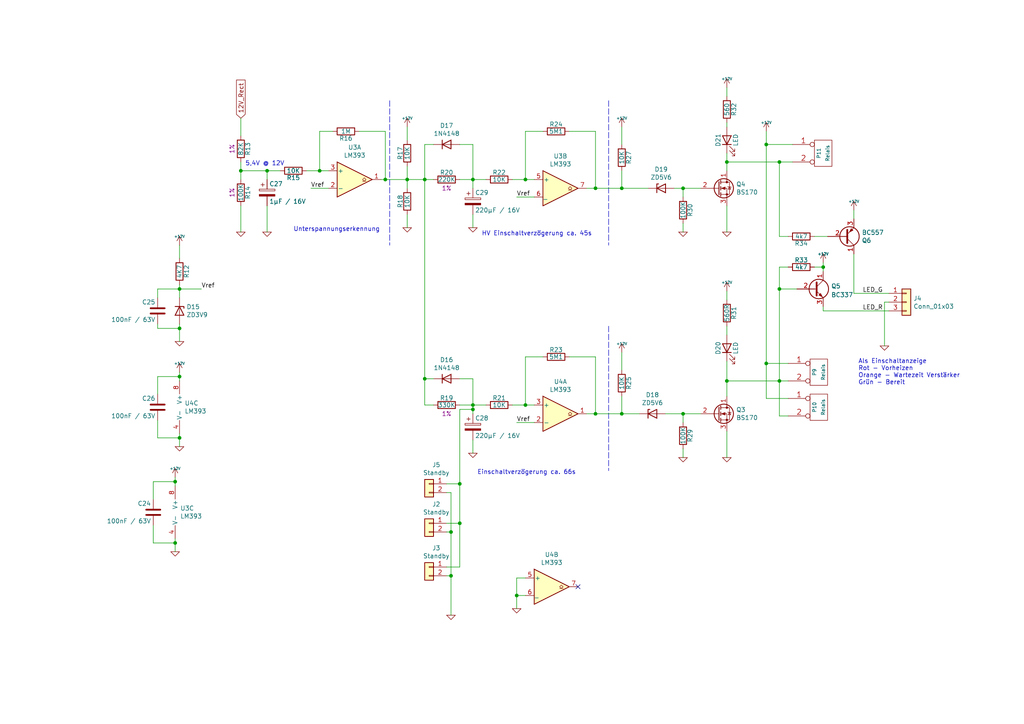
<source format=kicad_sch>
(kicad_sch (version 20211123) (generator eeschema)
  (paper "A4")
  (title_block (title "KT88 12V, 6,3V DC Regler & Einschaltverzögerung") (date "2021-03-31") (rev "1.0") (company "Daniel Walter") (comment 1 "fordprfkt@googlemail.com") (comment 2 "Einschaltverzögerung"))
  (lib_symbols
    (symbol "12V_6V3_Delay-rescue:CONN_2-12V_Supply_V2-rescue" (pin_names (offset 1.016) hide)
      (property "Reference" "P" (at -1.27 0 90))
      (property "Value" "CONN_2-12V_Supply_V2-rescue" (at 1.27 0 90))
      (symbol "CONN_2-12V_Supply_V2-rescue_0_1"
        (rectangle (start -2.54 3.81) (end 2.54 -3.81))
      )
      (symbol "CONN_2-12V_Supply_V2-rescue_1_1"
        (pin passive inverted (at -8.89 2.54 0) (length 6.35) (name "P1") (number "1"))
        (pin passive inverted (at -8.89 -2.54 0) (length 6.35) (name "P2") (number "2"))
      )
    )
    (symbol "12V_6V3_Delay-rescue:GND-RESCUE-12V_Supply-12V_Supply_V2-rescue" (power) (pin_names (offset 0))
      (symbol "GND-RESCUE-12V_Supply-12V_Supply_V2-rescue_0_1"
        (polyline (pts (xy -1.27 0) (xy 0 -1.27) (xy 1.27 0) (xy -1.27 0)))
      )
      (symbol "GND-RESCUE-12V_Supply-12V_Supply_V2-rescue_1_1"
        (pin power_in line (at 0 0 90) (length 0) hide (name "GND") (number "1"))
      )
    )
    (symbol "6V3_Heizung-rescue:CONN_2-12V_Supply_V2-rescue" (pin_names (offset 1.016) hide)
      (property "Reference" "P" (at -1.27 0 90))
      (property "Value" "CONN_2-12V_Supply_V2-rescue" (at 1.27 0 90))
      (symbol "CONN_2-12V_Supply_V2-rescue_0_1"
        (rectangle (start -2.54 3.81) (end 2.54 -3.81))
      )
      (symbol "CONN_2-12V_Supply_V2-rescue_1_1"
        (pin passive inverted (at -8.89 2.54 0) (length 6.35) (name "P1") (number "1"))
        (pin passive inverted (at -8.89 -2.54 0) (length 6.35) (name "P2") (number "2"))
      )
    )
    (symbol "6V3_Heizung-rescue:GND-RESCUE-12V_Supply-12V_Supply_V2-rescue" (power) (pin_names (offset 0))
      (symbol "GND-RESCUE-12V_Supply-12V_Supply_V2-rescue_0_1"
        (polyline (pts (xy -1.27 0) (xy 0 -1.27) (xy 1.27 0) (xy -1.27 0)))
      )
      (symbol "GND-RESCUE-12V_Supply-12V_Supply_V2-rescue_1_1"
        (pin power_in line (at 0 0 90) (length 0) hide (name "GND") (number "1"))
      )
    )
    (symbol "Comparator:LM393" (pin_names (offset 0.127))
      (property "Reference" "U" (at 3.81 3.81 0))
      (property "Value" "LM393" (at 6.35 -3.81 0))
      (symbol "LM393_1_1"
        (polyline (pts (xy -5.08 5.08) (xy 5.08 0) (xy -5.08 -5.08) (xy -5.08 5.08)) (stroke (width 0.254)) (fill (type background)))
        (polyline (pts (xy 3.302 -0.508) (xy 2.794 -0.508) (xy 3.302 0) (xy 2.794 0.508) (xy 2.286 0) (xy 2.794 -0.508) (xy 2.286 -0.508)) (stroke (width 0.127)))
        (pin open_collector line (at 7.62 0 180) (length 2.54) (name "~") (number "1"))
        (pin input line (at -7.62 -2.54 0) (length 2.54) (name "-") (number "2"))
        (pin input line (at -7.62 2.54 0) (length 2.54) (name "+") (number "3"))
      )
      (symbol "LM393_2_1"
        (polyline (pts (xy -5.08 5.08) (xy 5.08 0) (xy -5.08 -5.08) (xy -5.08 5.08)) (stroke (width 0.254)) (fill (type background)))
        (polyline (pts (xy 3.302 -0.508) (xy 2.794 -0.508) (xy 3.302 0) (xy 2.794 0.508) (xy 2.286 0) (xy 2.794 -0.508) (xy 2.286 -0.508)) (stroke (width 0.127)))
        (pin input line (at -7.62 2.54 0) (length 2.54) (name "+") (number "5"))
        (pin input line (at -7.62 -2.54 0) (length 2.54) (name "_") (number "6"))
        (pin open_collector line (at 7.62 0 180) (length 2.54) (name "~") (number "7"))
      )
      (symbol "LM393_3_1"
        (pin power_in line (at -2.54 -7.62 90) (length 3.81) (name "V-") (number "4"))
        (pin power_in line (at -2.54 7.62 270) (length 3.81) (name "V+") (number "8"))
      )
    )
    (symbol "Connector_Generic:Conn_01x02" (pin_names (offset 1.016) hide)
      (property "Reference" "J" (at 0 2.54 0))
      (property "Value" "Conn_01x02" (at 0 -5.08 0))
      (symbol "Conn_01x02_1_1"
        (rectangle (start -1.27 -2.413) (end 0 -2.667) (stroke (width 0.1524)))
        (rectangle (start -1.27 0.127) (end 0 -0.127) (stroke (width 0.1524)))
        (rectangle (start -1.27 1.27) (end 1.27 -3.81) (stroke (width 0.254)) (fill (type background)))
        (pin passive line (at -5.08 0 0) (length 3.81) (name "Pin_1") (number "1"))
        (pin passive line (at -5.08 -2.54 0) (length 3.81) (name "Pin_2") (number "2"))
      )
    )
    (symbol "Connector_Generic:Conn_01x03" (pin_names (offset 1.016) hide)
      (property "Reference" "J" (at 0 5.08 0))
      (property "Value" "Conn_01x03" (at 0 -5.08 0))
      (symbol "Conn_01x03_1_1"
        (rectangle (start -1.27 -2.413) (end 0 -2.667) (stroke (width 0.1524)))
        (rectangle (start -1.27 0.127) (end 0 -0.127) (stroke (width 0.1524)))
        (rectangle (start -1.27 2.667) (end 0 2.413) (stroke (width 0.1524)))
        (rectangle (start -1.27 3.81) (end 1.27 -3.81) (stroke (width 0.254)) (fill (type background)))
        (pin passive line (at -5.08 2.54 0) (length 3.81) (name "Pin_1") (number "1"))
        (pin passive line (at -5.08 0 0) (length 3.81) (name "Pin_2") (number "2"))
        (pin passive line (at -5.08 -2.54 0) (length 3.81) (name "Pin_3") (number "3"))
      )
    )
    (symbol "Device:C" (pin_numbers hide) (pin_names (offset 0.254))
      (property "Reference" "C" (at 0.635 2.54 0))
      (property "Value" "C" (at 0.635 -2.54 0))
      (symbol "C_0_1"
        (polyline (pts (xy -2.032 -0.762) (xy 2.032 -0.762)) (stroke (width 0.508)))
        (polyline (pts (xy -2.032 0.762) (xy 2.032 0.762)) (stroke (width 0.508)))
      )
      (symbol "C_1_1"
        (pin passive line (at 0 3.81 270) (length 2.794) (name "~") (number "1"))
        (pin passive line (at 0 -3.81 90) (length 2.794) (name "~") (number "2"))
      )
    )
    (symbol "Device:CP" (pin_numbers hide) (pin_names (offset 0.254))
      (property "Reference" "C" (at 0.635 2.54 0))
      (property "Value" "Device_CP" (at 0.635 -2.54 0))
      (symbol "CP_0_1"
        (rectangle (start -2.286 0.508) (end 2.286 1.016))
        (polyline (pts (xy -1.778 2.286) (xy -0.762 2.286)))
        (polyline (pts (xy -1.27 2.794) (xy -1.27 1.778)))
        (rectangle (start 2.286 -0.508) (end -2.286 -1.016) (fill (type outline)))
      )
      (symbol "CP_1_1"
        (pin passive line (at 0 3.81 270) (length 2.794) (name "~") (number "1"))
        (pin passive line (at 0 -3.81 90) (length 2.794) (name "~") (number "2"))
      )
    )
    (symbol "Device:D_Zener" (pin_numbers hide) (pin_names (offset 1.016) hide)
      (property "Reference" "D" (at 0 2.54 0))
      (property "Value" "D_Zener" (at 0 -2.54 0))
      (symbol "D_Zener_0_1"
        (polyline (pts (xy 1.27 0) (xy -1.27 0)))
        (polyline (pts (xy -1.27 -1.27) (xy -1.27 1.27) (xy -0.762 1.27)) (stroke (width 0.254)))
        (polyline (pts (xy 1.27 -1.27) (xy 1.27 1.27) (xy -1.27 0) (xy 1.27 -1.27)) (stroke (width 0.254)))
      )
      (symbol "D_Zener_1_1"
        (pin passive line (at -3.81 0 0) (length 2.54) (name "K") (number "1"))
        (pin passive line (at 3.81 0 180) (length 2.54) (name "A") (number "2"))
      )
    )
    (symbol "Device:LED" (pin_numbers hide) (pin_names (offset 1.016) hide)
      (property "Reference" "D" (at 0 2.54 0))
      (property "Value" "LED" (at 0 -2.54 0))
      (symbol "LED_0_1"
        (polyline (pts (xy -1.27 -1.27) (xy -1.27 1.27)) (stroke (width 0.254)))
        (polyline (pts (xy -1.27 0) (xy 1.27 0)))
        (polyline (pts (xy 1.27 -1.27) (xy 1.27 1.27) (xy -1.27 0) (xy 1.27 -1.27)) (stroke (width 0.254)))
        (polyline (pts (xy -3.048 -0.762) (xy -4.572 -2.286) (xy -3.81 -2.286) (xy -4.572 -2.286) (xy -4.572 -1.524)))
        (polyline (pts (xy -1.778 -0.762) (xy -3.302 -2.286) (xy -2.54 -2.286) (xy -3.302 -2.286) (xy -3.302 -1.524)))
      )
      (symbol "LED_1_1"
        (pin passive line (at -3.81 0 0) (length 2.54) (name "K") (number "1"))
        (pin passive line (at 3.81 0 180) (length 2.54) (name "A") (number "2"))
      )
    )
    (symbol "Device:R" (pin_numbers hide) (pin_names (offset 0))
      (property "Reference" "R" (at 2.032 0 90))
      (property "Value" "R" (at 0 0 90))
      (symbol "R_0_1"
        (rectangle (start -1.016 -2.54) (end 1.016 2.54) (stroke (width 0.254)))
      )
      (symbol "R_1_1"
        (pin passive line (at 0 3.81 270) (length 1.27) (name "~") (number "1"))
        (pin passive line (at 0 -3.81 90) (length 1.27) (name "~") (number "2"))
      )
    )
    (symbol "Diode:1N4148" (pin_numbers hide) (pin_names (offset 1.016) hide)
      (property "Reference" "D" (at 0 2.54 0))
      (property "Value" "1N4148" (at 0 -2.54 0))
      (symbol "1N4148_0_1"
        (polyline (pts (xy -1.27 1.27) (xy -1.27 -1.27)) (stroke (width 0.254)))
        (polyline (pts (xy 1.27 0) (xy -1.27 0)))
        (polyline (pts (xy 1.27 1.27) (xy 1.27 -1.27) (xy -1.27 0) (xy 1.27 1.27)) (stroke (width 0.254)))
      )
      (symbol "1N4148_1_1"
        (pin passive line (at -3.81 0 0) (length 2.54) (name "K") (number "1"))
        (pin passive line (at 3.81 0 180) (length 2.54) (name "A") (number "2"))
      )
    )
    (symbol "Transistor_BJT:BC337" (pin_names (offset 0) hide)
      (property "Reference" "Q" (at 5.08 1.905 0))
      (property "Value" "BC337" (at 5.08 0 0))
      (symbol "BC337_0_1"
        (polyline (pts (xy 0 0) (xy 0.635 0)))
        (polyline (pts (xy 0.635 0.635) (xy 2.54 2.54)))
        (polyline (pts (xy 0.635 -0.635) (xy 2.54 -2.54) (xy 2.54 -2.54)))
        (polyline (pts (xy 0.635 1.905) (xy 0.635 -1.905) (xy 0.635 -1.905)) (stroke (width 0.508)))
        (polyline (pts (xy 1.27 -1.778) (xy 1.778 -1.27) (xy 2.286 -2.286) (xy 1.27 -1.778) (xy 1.27 -1.778)) (fill (type outline)))
        (circle (center 1.27 0) (radius 2.8194) (stroke (width 0.254)))
      )
      (symbol "BC337_1_1"
        (pin passive line (at 2.54 5.08 270) (length 2.54) (name "C") (number "1"))
        (pin input line (at -5.08 0 0) (length 5.08) (name "B") (number "2"))
        (pin passive line (at 2.54 -5.08 90) (length 2.54) (name "E") (number "3"))
      )
    )
    (symbol "Transistor_BJT:BC557" (pin_names (offset 0) hide)
      (property "Reference" "Q" (at 5.08 1.905 0))
      (property "Value" "BC557" (at 5.08 0 0))
      (symbol "BC557_0_1"
        (polyline (pts (xy 0.635 0.635) (xy 2.54 2.54)))
        (polyline (pts (xy 0.635 -0.635) (xy 2.54 -2.54) (xy 2.54 -2.54)))
        (polyline (pts (xy 0.635 1.905) (xy 0.635 -1.905) (xy 0.635 -1.905)) (stroke (width 0.508)))
        (polyline (pts (xy 2.286 -1.778) (xy 1.778 -2.286) (xy 1.27 -1.27) (xy 2.286 -1.778) (xy 2.286 -1.778)) (fill (type outline)))
        (circle (center 1.27 0) (radius 2.8194) (stroke (width 0.254)))
      )
      (symbol "BC557_1_1"
        (pin passive line (at 2.54 5.08 270) (length 2.54) (name "C") (number "1"))
        (pin input line (at -5.08 0 0) (length 5.715) (name "B") (number "2"))
        (pin passive line (at 2.54 -5.08 90) (length 2.54) (name "E") (number "3"))
      )
    )
    (symbol "Transistor_FET:BS170" (pin_names hide)
      (property "Reference" "Q" (at 5.08 1.905 0))
      (property "Value" "BS170" (at 5.08 0 0))
      (symbol "BS170_0_1"
        (polyline (pts (xy 0.254 0) (xy -2.54 0)))
        (polyline (pts (xy 0.254 1.905) (xy 0.254 -1.905)) (stroke (width 0.254)))
        (polyline (pts (xy 0.762 -1.27) (xy 0.762 -2.286)) (stroke (width 0.254)))
        (polyline (pts (xy 0.762 0.508) (xy 0.762 -0.508)) (stroke (width 0.254)))
        (polyline (pts (xy 0.762 2.286) (xy 0.762 1.27)) (stroke (width 0.254)))
        (polyline (pts (xy 2.54 2.54) (xy 2.54 1.778)))
        (polyline (pts (xy 2.54 -2.54) (xy 2.54 0) (xy 0.762 0)))
        (polyline (pts (xy 0.762 -1.778) (xy 3.302 -1.778) (xy 3.302 1.778) (xy 0.762 1.778)))
        (polyline (pts (xy 1.016 0) (xy 2.032 0.381) (xy 2.032 -0.381) (xy 1.016 0)) (fill (type outline)))
        (polyline (pts (xy 2.794 0.508) (xy 2.921 0.381) (xy 3.683 0.381) (xy 3.81 0.254)))
        (polyline (pts (xy 3.302 0.381) (xy 2.921 -0.254) (xy 3.683 -0.254) (xy 3.302 0.381)))
        (circle (center 1.651 0) (radius 2.794) (stroke (width 0.254)))
        (circle (center 2.54 -1.778) (radius 0.254) (fill (type outline)))
        (circle (center 2.54 1.778) (radius 0.254) (fill (type outline)))
      )
      (symbol "BS170_1_1"
        (pin passive line (at 2.54 5.08 270) (length 2.54) (name "D") (number "1"))
        (pin input line (at -5.08 0 0) (length 2.54) (name "G") (number "2"))
        (pin passive line (at 2.54 -5.08 90) (length 2.54) (name "S") (number "3"))
      )
    )
    (symbol "power:+12V" (power) (pin_names (offset 0))
      (property "Value" "+12V" (at 0 3.556 0))
      (symbol "+12V_0_1"
        (polyline (pts (xy -0.762 1.27) (xy 0 2.54)))
        (polyline (pts (xy 0 0) (xy 0 2.54)))
        (polyline (pts (xy 0 2.54) (xy 0.762 1.27)))
      )
      (symbol "+12V_1_1"
        (pin power_in line (at 0 0 90) (length 0) hide (name "+12V") (number "1"))
      )
    )
  )
  (junction (at 52.07 127))
  (junction (at 69.85 49.53))
  (junction (at 50.8 139.7))
  (junction (at 130.81 167.005))
  (junction (at 123.19 109.855))
  (junction (at 180.34 54.61))
  (junction (at 210.82 46.99))
  (junction (at 226.06 46.99))
  (junction (at 172.72 54.61))
  (junction (at 133.35 140.335))
  (junction (at 92.71 49.53))
  (junction (at 226.06 83.82))
  (junction (at 118.11 52.07))
  (junction (at 198.12 54.61))
  (junction (at 137.16 118.745))
  (junction (at 52.07 95.25))
  (junction (at 226.06 110.49))
  (junction (at 137.16 52.07))
  (junction (at 52.07 109.22))
  (junction (at 130.81 154.305))
  (junction (at 77.47 49.53))
  (junction (at 222.25 41.91))
  (junction (at 50.8 157.48))
  (junction (at 152.4 52.07))
  (junction (at 210.82 110.49))
  (junction (at 123.19 52.07))
  (junction (at 222.25 105.41))
  (junction (at 198.12 120.015))
  (junction (at 238.76 77.47))
  (junction (at 180.34 120.015))
  (junction (at 149.86 172.72))
  (junction (at 133.35 151.765))
  (junction (at 152.4 117.475))
  (junction (at 52.07 83.82))
  (junction (at 137.16 117.475))
  (junction (at 172.72 120.015))
  (junction (at 111.76 52.07))
  (no_connect (at 167.64 170.18))
  (wire (pts (xy 154.94 57.15) (xy 149.86 57.15)))
  (wire (pts (xy 52.07 99.06) (xy 52.07 95.25)))
  (wire (pts (xy 69.85 39.37) (xy 69.85 34.29)))
  (wire (pts (xy 69.85 49.53) (xy 69.85 52.07)))
  (wire (pts (xy 148.59 117.475) (xy 152.4 117.475)))
  (wire (pts (xy 50.8 139.7) (xy 44.45 139.7)))
  (wire (pts (xy 238.76 90.17) (xy 238.76 88.9)))
  (wire (pts (xy 44.45 139.7) (xy 44.45 144.78)))
  (wire (pts (xy 137.16 52.07) (xy 140.97 52.07)))
  (wire (pts (xy 52.07 127) (xy 52.07 125.73)))
  (wire (pts (xy 257.81 87.63) (xy 256.54 87.63)))
  (wire (pts (xy 172.72 120.015) (xy 170.18 120.015)))
  (wire (pts (xy 133.35 151.765) (xy 133.35 140.335)))
  (wire (pts (xy 226.06 110.49) (xy 228.6 110.49)))
  (polyline (pts (xy 113.03 29.21) (xy 113.03 71.12)))
  (wire (pts (xy 133.35 140.335) (xy 129.54 140.335)))
  (wire (pts (xy 69.85 46.99) (xy 69.85 49.53)))
  (wire (pts (xy 137.16 66.04) (xy 137.16 62.23)))
  (wire (pts (xy 45.72 93.98) (xy 45.72 95.25)))
  (wire (pts (xy 77.47 52.07) (xy 77.47 49.53)))
  (wire (pts (xy 222.25 115.57) (xy 228.6 115.57)))
  (wire (pts (xy 210.82 86.995) (xy 210.82 84.455)))
  (wire (pts (xy 137.16 117.475) (xy 140.97 117.475)))
  (wire (pts (xy 52.07 129.54) (xy 52.07 127)))
  (wire (pts (xy 222.25 41.91) (xy 222.25 105.41)))
  (wire (pts (xy 226.06 110.49) (xy 226.06 120.65)))
  (wire (pts (xy 44.45 152.4) (xy 44.45 157.48)))
  (wire (pts (xy 137.16 118.745) (xy 137.16 117.475)))
  (wire (pts (xy 52.07 107.95) (xy 52.07 109.22)))
  (wire (pts (xy 172.72 120.015) (xy 180.34 120.015)))
  (wire (pts (xy 130.81 167.005) (xy 130.81 154.305)))
  (wire (pts (xy 152.4 103.505) (xy 152.4 117.475)))
  (wire (pts (xy 222.25 41.91) (xy 222.25 38.1)))
  (wire (pts (xy 226.06 46.99) (xy 226.06 68.58)))
  (wire (pts (xy 123.19 52.07) (xy 123.19 109.855)))
  (wire (pts (xy 222.25 41.91) (xy 229.87 41.91)))
  (wire (pts (xy 137.16 131.445) (xy 137.16 127.635)))
  (wire (pts (xy 111.76 52.07) (xy 118.11 52.07)))
  (wire (pts (xy 45.72 95.25) (xy 52.07 95.25)))
  (wire (pts (xy 152.4 117.475) (xy 154.94 117.475)))
  (wire (pts (xy 123.19 52.07) (xy 118.11 52.07)))
  (wire (pts (xy 210.82 67.31) (xy 210.82 59.69)))
  (wire (pts (xy 180.34 120.015) (xy 180.34 114.935)))
  (wire (pts (xy 137.16 109.855) (xy 133.35 109.855)))
  (wire (pts (xy 133.35 151.765) (xy 133.35 164.465)))
  (wire (pts (xy 222.25 105.41) (xy 222.25 115.57)))
  (wire (pts (xy 210.82 132.715) (xy 210.82 125.095)))
  (wire (pts (xy 222.25 105.41) (xy 228.6 105.41)))
  (wire (pts (xy 152.4 172.72) (xy 149.86 172.72)))
  (wire (pts (xy 193.04 120.015) (xy 198.12 120.015)))
  (wire (pts (xy 172.72 38.1) (xy 172.72 54.61)))
  (wire (pts (xy 52.07 83.82) (xy 45.72 83.82)))
  (wire (pts (xy 226.06 46.99) (xy 229.87 46.99)))
  (wire (pts (xy 226.06 68.58) (xy 228.6 68.58)))
  (wire (pts (xy 154.94 122.555) (xy 149.86 122.555)))
  (wire (pts (xy 50.8 160.02) (xy 50.8 157.48)))
  (wire (pts (xy 210.82 46.99) (xy 226.06 46.99)))
  (wire (pts (xy 129.54 167.005) (xy 130.81 167.005)))
  (wire (pts (xy 198.12 54.61) (xy 203.2 54.61)))
  (wire (pts (xy 52.07 95.25) (xy 52.07 93.98)))
  (wire (pts (xy 210.82 104.775) (xy 210.82 110.49)))
  (wire (pts (xy 133.35 164.465) (xy 129.54 164.465)))
  (wire (pts (xy 123.19 41.91) (xy 123.19 52.07)))
  (wire (pts (xy 152.4 52.07) (xy 154.94 52.07)))
  (wire (pts (xy 111.76 38.1) (xy 111.76 52.07)))
  (wire (pts (xy 172.72 54.61) (xy 170.18 54.61)))
  (wire (pts (xy 180.34 41.91) (xy 180.34 36.83)))
  (wire (pts (xy 45.72 109.22) (xy 45.72 114.3)))
  (wire (pts (xy 52.07 109.22) (xy 52.07 110.49)))
  (wire (pts (xy 125.73 52.07) (xy 123.19 52.07)))
  (wire (pts (xy 50.8 138.43) (xy 50.8 139.7)))
  (wire (pts (xy 118.11 52.07) (xy 118.11 48.26)))
  (wire (pts (xy 52.07 83.82) (xy 58.42 83.82)))
  (wire (pts (xy 165.1 103.505) (xy 172.72 103.505)))
  (wire (pts (xy 50.8 157.48) (xy 50.8 156.21)))
  (wire (pts (xy 92.71 49.53) (xy 95.25 49.53)))
  (wire (pts (xy 149.86 167.64) (xy 149.86 172.72)))
  (wire (pts (xy 236.22 68.58) (xy 240.03 68.58)))
  (wire (pts (xy 88.9 49.53) (xy 92.71 49.53)))
  (wire (pts (xy 52.07 74.93) (xy 52.07 71.12)))
  (wire (pts (xy 172.72 103.505) (xy 172.72 120.015)))
  (polyline (pts (xy 176.53 29.21) (xy 176.53 71.12)))
  (wire (pts (xy 149.86 172.72) (xy 149.86 176.53)))
  (wire (pts (xy 256.54 87.63) (xy 256.54 100.33)))
  (wire (pts (xy 133.35 140.335) (xy 133.35 118.745)))
  (wire (pts (xy 130.81 142.875) (xy 129.54 142.875)))
  (wire (pts (xy 152.4 38.1) (xy 152.4 52.07)))
  (wire (pts (xy 118.11 40.64) (xy 118.11 36.83)))
  (wire (pts (xy 185.42 120.015) (xy 180.34 120.015)))
  (wire (pts (xy 210.82 94.615) (xy 210.82 97.155)))
  (wire (pts (xy 210.82 49.53) (xy 210.82 46.99)))
  (wire (pts (xy 257.81 85.09) (xy 247.65 85.09)))
  (wire (pts (xy 125.73 109.855) (xy 123.19 109.855)))
  (wire (pts (xy 236.22 77.47) (xy 238.76 77.47)))
  (wire (pts (xy 69.85 67.31) (xy 69.85 59.69)))
  (wire (pts (xy 226.06 83.82) (xy 231.14 83.82)))
  (wire (pts (xy 137.16 120.015) (xy 137.16 118.745)))
  (wire (pts (xy 137.16 117.475) (xy 137.16 109.855)))
  (wire (pts (xy 238.76 90.17) (xy 257.81 90.17)))
  (wire (pts (xy 210.82 110.49) (xy 210.82 114.935)))
  (wire (pts (xy 130.81 167.005) (xy 130.81 178.435)))
  (wire (pts (xy 198.12 132.715) (xy 198.12 130.175)))
  (wire (pts (xy 137.16 52.07) (xy 137.16 41.91)))
  (wire (pts (xy 77.47 67.31) (xy 77.47 59.69)))
  (wire (pts (xy 130.81 154.305) (xy 130.81 142.875)))
  (wire (pts (xy 172.72 54.61) (xy 180.34 54.61)))
  (wire (pts (xy 148.59 52.07) (xy 152.4 52.07)))
  (wire (pts (xy 210.82 110.49) (xy 226.06 110.49)))
  (wire (pts (xy 129.54 151.765) (xy 133.35 151.765)))
  (wire (pts (xy 152.4 167.64) (xy 149.86 167.64)))
  (wire (pts (xy 180.34 54.61) (xy 187.96 54.61)))
  (wire (pts (xy 52.07 86.36) (xy 52.07 83.82)))
  (wire (pts (xy 210.82 27.94) (xy 210.82 25.4)))
  (wire (pts (xy 133.35 117.475) (xy 137.16 117.475)))
  (wire (pts (xy 118.11 66.04) (xy 118.11 62.23)))
  (wire (pts (xy 210.82 44.45) (xy 210.82 46.99)))
  (wire (pts (xy 157.48 103.505) (xy 152.4 103.505)))
  (wire (pts (xy 77.47 49.53) (xy 69.85 49.53)))
  (wire (pts (xy 125.73 41.91) (xy 123.19 41.91)))
  (wire (pts (xy 180.34 107.315) (xy 180.34 102.235)))
  (wire (pts (xy 81.28 49.53) (xy 77.47 49.53)))
  (wire (pts (xy 44.45 157.48) (xy 50.8 157.48)))
  (wire (pts (xy 247.65 73.66) (xy 247.65 85.09)))
  (wire (pts (xy 133.35 118.745) (xy 137.16 118.745)))
  (wire (pts (xy 210.82 35.56) (xy 210.82 36.83)))
  (wire (pts (xy 52.07 109.22) (xy 45.72 109.22)))
  (wire (pts (xy 123.19 109.855) (xy 123.19 117.475)))
  (wire (pts (xy 195.58 54.61) (xy 198.12 54.61)))
  (wire (pts (xy 238.76 78.74) (xy 238.76 77.47)))
  (wire (pts (xy 133.35 52.07) (xy 137.16 52.07)))
  (wire (pts (xy 226.06 83.82) (xy 226.06 110.49)))
  (wire (pts (xy 104.14 38.1) (xy 111.76 38.1)))
  (wire (pts (xy 118.11 54.61) (xy 118.11 52.07)))
  (wire (pts (xy 45.72 83.82) (xy 45.72 86.36)))
  (wire (pts (xy 228.6 77.47) (xy 226.06 77.47)))
  (wire (pts (xy 52.07 83.82) (xy 52.07 82.55)))
  (wire (pts (xy 198.12 54.61) (xy 198.12 57.15)))
  (wire (pts (xy 137.16 41.91) (xy 133.35 41.91)))
  (wire (pts (xy 226.06 77.47) (xy 226.06 83.82)))
  (wire (pts (xy 96.52 38.1) (xy 92.71 38.1)))
  (wire (pts (xy 165.1 38.1) (xy 172.72 38.1)))
  (wire (pts (xy 198.12 120.015) (xy 198.12 122.555)))
  (wire (pts (xy 45.72 121.92) (xy 45.72 127)))
  (wire (pts (xy 226.06 120.65) (xy 228.6 120.65)))
  (wire (pts (xy 137.16 54.61) (xy 137.16 52.07)))
  (wire (pts (xy 50.8 139.7) (xy 50.8 140.97)))
  (wire (pts (xy 247.65 63.5) (xy 247.65 60.96)))
  (wire (pts (xy 92.71 38.1) (xy 92.71 49.53)))
  (wire (pts (xy 157.48 38.1) (xy 152.4 38.1)))
  (wire (pts (xy 45.72 127) (xy 52.07 127)))
  (polyline (pts (xy 176.53 94.615) (xy 176.53 136.525)))
  (wire (pts (xy 125.73 117.475) (xy 123.19 117.475)))
  (wire (pts (xy 198.12 120.015) (xy 203.2 120.015)))
  (wire (pts (xy 198.12 67.31) (xy 198.12 64.77)))
  (wire (pts (xy 95.25 54.61) (xy 90.17 54.61)))
  (wire (pts (xy 180.34 54.61) (xy 180.34 49.53)))
  (wire (pts (xy 110.49 52.07) (xy 111.76 52.07)))
  (wire (pts (xy 130.81 154.305) (xy 129.54 154.305)))
  (wire (pts (xy 238.76 77.47) (xy 238.76 76.2)))
  (text "Als Einschaltanzeige\nRot - Vorheizen\nOrange - Wartezeit Verstärker\nGrün - Bereit" (at 248.92 111.76 0) (effects (font (size 1.27 1.27)) (justify left bottom)))
  (text "Einschaltverzögerung ca. 66s" (at 138.43 137.795 0) (effects (font (size 1.27 1.27)) (justify left bottom)))
  (text "HV Einschaltverzögerung ca. 45s" (at 139.7 68.58 0) (effects (font (size 1.27 1.27)) (justify left bottom)))
  (text "Unterspannungserkennung" (at 85.09 67.31 0) (effects (font (size 1.27 1.27)) (justify left bottom)))
  (text "5,4V @ 12V" (at 71.12 48.26 0) (effects (font (size 1.27 1.27)) (justify left bottom)))
  (label "Vref" (at 149.86 57.15 0))
  (label "Vref" (at 90.17 54.61 0))
  (label "LED_G" (at 250.19 85.09 0))
  (label "LED_R" (at 250.19 90.17 0))
  (label "Vref" (at 58.42 83.82 0))
  (label "Vref" (at 149.86 122.555 0))
  (global_label "12V_Rect" (shape input) (at 69.85 34.29 90) (property "Intersheet References" "${INTERSHEET_REFS}" (effects hide)))
  (symbol (lib_id "Comparator:LM393") (at 53.34 148.59 0) (unit 3)
    (property "Reference" "U3" (at 52.2732 147.4216 0) (effects (justify left)))
    (property "Value" "LM393" (at 52.2732 149.733 0) (effects (justify left)))
    (property "Footprint" "Package_DIP:DIP-8_W7.62mm" (effects hide))
    (property "Datasheet" "http://www.ti.com/lit/ds/symlink/lm393-n.pdf" (effects hide))
  )
  (symbol (lib_id "power:+12V") (at 50.8 138.43 0) (unit 1)
    (property "Reference" "#PWR030" (effects hide))
    (property "Value" "+12V" (at 50.8 135.89 0) (effects (font (size 0.762 0.762))))
  )
  (symbol (lib_id "Device:C") (at 44.45 148.59 0) (mirror y) (unit 1)
    (property "Reference" "C24" (at 43.815 146.05 0) (effects (justify left)))
    (property "Value" "100nF / 63V" (at 43.815 151.13 0) (effects (justify left)))
    (property "Footprint" "Capacitor_THT:C_Disc_D3.0mm_W2.0mm_P2.50mm" (effects hide))
  )
  (symbol (lib_id "6V3_Heizung-rescue:GND-RESCUE-12V_Supply-12V_Supply_V2-rescue") (at 50.8 160.02 0) (unit 1)
    (property "Reference" "#PWR031" (effects hide))
    (property "Value" "GND" (effects hide))
  )
  (symbol (lib_id "6V3_Heizung-rescue:CONN_2-12V_Supply_V2-rescue") (at 238.76 44.45 0) (unit 1)
    (property "Reference" "P11" (at 237.49 44.45 90) (effects (font (size 1.016 1.016))))
    (property "Value" "Relais" (at 240.03 44.45 90) (effects (font (size 1.016 1.016))))
    (property "Footprint" "Connector_Molex:Molex_KK-254_AE-6410-02A_1x02_P2.54mm_Vertical" (effects hide))
  )
  (symbol (lib_id "Device:LED") (at 210.82 40.64 90) (unit 1)
    (property "Reference" "D21" (at 208.28 40.64 0))
    (property "Value" "LED" (at 213.36 40.64 0))
    (property "Footprint" "LED_THT:LED_D3.0mm" (effects hide))
  )
  (symbol (lib_id "Device:R") (at 210.82 31.75 0) (unit 1)
    (property "Reference" "R32" (at 212.852 31.75 90))
    (property "Value" "560" (at 210.82 31.75 90))
    (property "Footprint" "Resistor_THT:R_Axial_DIN0207_L6.3mm_D2.5mm_P10.16mm_Horizontal" (effects hide))
  )
  (symbol (lib_id "Comparator:LM393") (at 102.87 52.07 0) (unit 1)
    (property "Reference" "U3" (at 102.87 42.7482 0))
    (property "Value" "LM393" (at 102.87 45.0596 0))
    (property "Footprint" "Package_DIP:DIP-8_W7.62mm" (effects hide))
    (property "Datasheet" "http://www.ti.com/lit/ds/symlink/lm393-n.pdf" (effects hide))
  )
  (symbol (lib_id "Comparator:LM393") (at 162.56 54.61 0) (unit 2)
    (property "Reference" "U3" (at 162.56 45.2882 0))
    (property "Value" "LM393" (at 162.56 47.5996 0))
    (property "Footprint" "Package_DIP:DIP-8_W7.62mm" (effects hide))
    (property "Datasheet" "http://www.ti.com/lit/ds/symlink/lm393-n.pdf" (effects hide))
  )
  (symbol (lib_id "Device:R") (at 69.85 43.18 0) (unit 1)
    (property "Reference" "R13" (at 71.882 43.18 90))
    (property "Value" "82K" (at 69.85 43.18 90))
    (property "Footprint" "Resistor_THT:R_Axial_DIN0207_L6.3mm_D2.5mm_P10.16mm_Horizontal" (effects hide))
    (property "Tolerance" "1%" (at 67.31 43.18 90))
  )
  (symbol (lib_id "Device:R") (at 69.85 55.88 0) (unit 1)
    (property "Reference" "R14" (at 71.882 55.88 90))
    (property "Value" "100K" (at 69.85 55.88 90))
    (property "Footprint" "Resistor_THT:R_Axial_DIN0207_L6.3mm_D2.5mm_P10.16mm_Horizontal" (effects hide))
    (property "Tolerance" "1%" (at 67.31 55.88 90))
  )
  (symbol (lib_id "Device:R") (at 85.09 49.53 270) (unit 1)
    (property "Reference" "R15" (at 85.09 51.562 90))
    (property "Value" "10K" (at 85.09 49.53 90))
    (property "Footprint" "Resistor_THT:R_Axial_DIN0207_L6.3mm_D2.5mm_P10.16mm_Horizontal" (effects hide))
  )
  (symbol (lib_id "Device:R") (at 100.33 38.1 270) (unit 1)
    (property "Reference" "R16" (at 100.33 40.132 90))
    (property "Value" "1M" (at 100.33 38.1 90))
    (property "Footprint" "Resistor_THT:R_Axial_DIN0207_L6.3mm_D2.5mm_P10.16mm_Horizontal" (effects hide))
  )
  (symbol (lib_id "Device:R") (at 118.11 44.45 180) (unit 1)
    (property "Reference" "R17" (at 116.078 44.45 90))
    (property "Value" "10K" (at 118.11 44.45 90))
    (property "Footprint" "Resistor_THT:R_Axial_DIN0207_L6.3mm_D2.5mm_P10.16mm_Horizontal" (effects hide))
  )
  (symbol (lib_id "Device:R") (at 118.11 58.42 180) (unit 1)
    (property "Reference" "R18" (at 116.078 58.42 90))
    (property "Value" "10K" (at 118.11 58.42 90))
    (property "Footprint" "Resistor_THT:R_Axial_DIN0207_L6.3mm_D2.5mm_P10.16mm_Horizontal" (effects hide))
  )
  (symbol (lib_id "Device:R") (at 129.54 52.07 90) (unit 1)
    (property "Reference" "R20" (at 129.54 50.038 90))
    (property "Value" "220K" (at 129.54 52.07 90))
    (property "Footprint" "Resistor_THT:R_Axial_DIN0207_L6.3mm_D2.5mm_P10.16mm_Horizontal" (effects hide))
    (property "Tolerance" "1%" (at 129.54 54.61 90))
  )
  (symbol (lib_id "Diode:1N4148") (at 129.54 41.91 0) (unit 1)
    (property "Reference" "D17" (at 129.54 36.4236 0))
    (property "Value" "1N4148" (at 129.54 38.735 0))
    (property "Footprint" "Diode_THT:D_DO-35_SOD27_P10.16mm_Horizontal" (effects hide))
    (property "Datasheet" "https://assets.nexperia.com/documents/data-sheet/1N4148_1N4448.pdf" (effects hide))
  )
  (symbol (lib_id "Device:CP") (at 137.16 58.42 0) (unit 1)
    (property "Reference" "C29" (at 137.795 55.88 0) (effects (justify left)))
    (property "Value" "220µF / 16V" (at 137.795 60.96 0) (effects (justify left)))
    (property "Footprint" "Capacitor_THT:CP_Radial_D8.0mm_P3.50mm" (effects hide))
  )
  (symbol (lib_id "Device:R") (at 144.78 52.07 90) (unit 1)
    (property "Reference" "R22" (at 144.78 50.038 90))
    (property "Value" "10K" (at 144.78 52.07 90))
    (property "Footprint" "Resistor_THT:R_Axial_DIN0207_L6.3mm_D2.5mm_P10.16mm_Horizontal" (effects hide))
  )
  (symbol (lib_id "Device:R") (at 161.29 38.1 90) (unit 1)
    (property "Reference" "R24" (at 161.29 36.068 90))
    (property "Value" "5M1" (at 161.29 38.1 90))
    (property "Footprint" "Resistor_THT:R_Axial_DIN0207_L6.3mm_D2.5mm_P10.16mm_Horizontal" (effects hide))
  )
  (symbol (lib_id "Device:R") (at 180.34 45.72 0) (unit 1)
    (property "Reference" "R27" (at 182.372 45.72 90))
    (property "Value" "10K" (at 180.34 45.72 90))
    (property "Footprint" "Resistor_THT:R_Axial_DIN0207_L6.3mm_D2.5mm_P10.16mm_Horizontal" (effects hide))
  )
  (symbol (lib_id "Device:D_Zener") (at 191.77 54.61 0) (unit 1)
    (property "Reference" "D19" (at 191.77 49.1236 0))
    (property "Value" "ZD5V6" (at 191.77 51.435 0))
    (property "Footprint" "Diode_THT:D_DO-35_SOD27_P10.16mm_Horizontal" (effects hide))
  )
  (symbol (lib_id "Device:R") (at 198.12 60.96 0) (unit 1)
    (property "Reference" "R30" (at 200.152 60.96 90))
    (property "Value" "100K" (at 198.12 60.96 90))
    (property "Footprint" "Resistor_THT:R_Axial_DIN0207_L6.3mm_D2.5mm_P10.16mm_Horizontal" (effects hide))
  )
  (symbol (lib_id "Transistor_FET:BS170") (at 208.28 54.61 0) (unit 1)
    (property "Reference" "Q4" (at 213.5124 53.4416 0) (effects (justify left)))
    (property "Value" "BS170" (at 213.5124 55.753 0) (effects (justify left)))
    (property "Footprint" "Package_TO_SOT_THT:TO-92_Inline" (effects hide))
    (property "Datasheet" "http://www.fairchildsemi.com/ds/BS/BS170.pdf" (effects hide))
  )
  (symbol (lib_id "power:+12V") (at 180.34 36.83 0) (unit 1)
    (property "Reference" "#PWR046" (effects hide))
    (property "Value" "+12V" (at 180.34 34.29 0) (effects (font (size 0.762 0.762))))
  )
  (symbol (lib_id "power:+12V") (at 118.11 36.83 0) (unit 1)
    (property "Reference" "#PWR039" (effects hide))
    (property "Value" "+12V" (at 118.11 34.29 0) (effects (font (size 0.762 0.762))))
  )
  (symbol (lib_id "6V3_Heizung-rescue:GND-RESCUE-12V_Supply-12V_Supply_V2-rescue") (at 118.11 66.04 0) (unit 1)
    (property "Reference" "#PWR040" (effects hide))
    (property "Value" "GND" (effects hide))
  )
  (symbol (lib_id "6V3_Heizung-rescue:GND-RESCUE-12V_Supply-12V_Supply_V2-rescue") (at 137.16 66.04 0) (unit 1)
    (property "Reference" "#PWR042" (effects hide))
    (property "Value" "GND" (effects hide))
  )
  (symbol (lib_id "6V3_Heizung-rescue:GND-RESCUE-12V_Supply-12V_Supply_V2-rescue") (at 198.12 67.31 0) (unit 1)
    (property "Reference" "#PWR049" (effects hide))
    (property "Value" "GND" (effects hide))
  )
  (symbol (lib_id "6V3_Heizung-rescue:GND-RESCUE-12V_Supply-12V_Supply_V2-rescue") (at 210.82 67.31 0) (unit 1)
    (property "Reference" "#PWR053" (effects hide))
    (property "Value" "GND" (effects hide))
  )
  (symbol (lib_id "6V3_Heizung-rescue:GND-RESCUE-12V_Supply-12V_Supply_V2-rescue") (at 77.47 67.31 0) (unit 1)
    (property "Reference" "#PWR037" (effects hide))
    (property "Value" "GND" (effects hide))
  )
  (symbol (lib_id "6V3_Heizung-rescue:GND-RESCUE-12V_Supply-12V_Supply_V2-rescue") (at 69.85 67.31 0) (unit 1)
    (property "Reference" "#PWR036" (effects hide))
    (property "Value" "GND" (effects hide))
  )
  (symbol (lib_id "power:+12V") (at 222.25 38.1 0) (unit 1)
    (property "Reference" "#PWR054" (effects hide))
    (property "Value" "+12V" (at 222.25 35.56 0) (effects (font (size 0.762 0.762))))
  )
  (symbol (lib_id "power:+12V") (at 210.82 25.4 0) (unit 1)
    (property "Reference" "#PWR052" (effects hide))
    (property "Value" "+12V" (at 210.82 22.86 0) (effects (font (size 0.762 0.762))))
  )
  (symbol (lib_id "12V_6V3_Delay-rescue:CONN_2-12V_Supply_V2-rescue") (at 237.49 107.95 0) (unit 1)
    (property "Reference" "P9" (at 236.22 107.95 90) (effects (font (size 1.016 1.016))))
    (property "Value" "Relais" (at 238.76 107.95 90) (effects (font (size 1.016 1.016))))
    (property "Footprint" "Connector_Molex:Molex_KK-254_AE-6410-02A_1x02_P2.54mm_Vertical" (effects hide))
  )
  (symbol (lib_id "12V_6V3_Delay-rescue:CONN_2-12V_Supply_V2-rescue") (at 237.49 118.11 0) (unit 1)
    (property "Reference" "P10" (at 236.22 118.11 90) (effects (font (size 1.016 1.016))))
    (property "Value" "Relais" (at 238.76 118.11 90) (effects (font (size 1.016 1.016))))
    (property "Footprint" "Connector_Molex:Molex_KK-254_AE-6410-02A_1x02_P2.54mm_Vertical" (effects hide))
  )
  (symbol (lib_id "Device:LED") (at 210.82 100.965 90) (unit 1)
    (property "Reference" "D20" (at 208.28 100.965 0))
    (property "Value" "LED" (at 213.36 100.965 0))
    (property "Footprint" "LED_THT:LED_D3.0mm" (effects hide))
  )
  (symbol (lib_id "Device:R") (at 210.82 90.805 0) (unit 1)
    (property "Reference" "R31" (at 212.852 90.805 90))
    (property "Value" "560R" (at 210.82 90.805 90))
    (property "Footprint" "Resistor_THT:R_Axial_DIN0207_L6.3mm_D2.5mm_P10.16mm_Horizontal" (effects hide))
  )
  (symbol (lib_id "Comparator:LM393") (at 54.61 118.11 0) (unit 3)
    (property "Reference" "U4" (at 53.5432 116.9416 0) (effects (justify left)))
    (property "Value" "LM393" (at 53.5432 119.253 0) (effects (justify left)))
    (property "Footprint" "Package_DIP:DIP-8_W7.62mm" (effects hide))
    (property "Datasheet" "http://www.ti.com/lit/ds/symlink/lm393.pdf" (effects hide))
  )
  (symbol (lib_id "Device:R") (at 129.54 117.475 90) (unit 1)
    (property "Reference" "R19" (at 129.54 115.443 90))
    (property "Value" "330K" (at 129.54 117.475 90))
    (property "Footprint" "Resistor_THT:R_Axial_DIN0207_L6.3mm_D2.5mm_P10.16mm_Horizontal" (effects hide))
    (property "Tolerance" "1%" (at 129.54 120.015 90))
  )
  (symbol (lib_id "Diode:1N4148") (at 129.54 109.855 0) (unit 1)
    (property "Reference" "D16" (at 129.54 104.3686 0))
    (property "Value" "1N4148" (at 129.54 106.68 0))
    (property "Footprint" "Diode_THT:D_DO-35_SOD27_P10.16mm_Horizontal" (effects hide))
    (property "Datasheet" "https://assets.nexperia.com/documents/data-sheet/1N4148_1N4448.pdf" (effects hide))
  )
  (symbol (lib_id "Device:R") (at 144.78 117.475 90) (unit 1)
    (property "Reference" "R21" (at 144.78 115.443 90))
    (property "Value" "10K" (at 144.78 117.475 90))
    (property "Footprint" "Resistor_THT:R_Axial_DIN0207_L6.3mm_D2.5mm_P10.16mm_Horizontal" (effects hide))
  )
  (symbol (lib_id "Device:R") (at 161.29 103.505 90) (unit 1)
    (property "Reference" "R23" (at 161.29 101.473 90))
    (property "Value" "5M1" (at 161.29 103.505 90))
    (property "Footprint" "Resistor_THT:R_Axial_DIN0207_L6.3mm_D2.5mm_P10.16mm_Horizontal" (effects hide))
  )
  (symbol (lib_id "Device:R") (at 180.34 111.125 0) (unit 1)
    (property "Reference" "R25" (at 182.372 111.125 90))
    (property "Value" "10K" (at 180.34 111.125 90))
    (property "Footprint" "Resistor_THT:R_Axial_DIN0207_L6.3mm_D2.5mm_P10.16mm_Horizontal" (effects hide))
  )
  (symbol (lib_id "Device:D_Zener") (at 189.23 120.015 0) (unit 1)
    (property "Reference" "D18" (at 189.23 114.5286 0))
    (property "Value" "ZD5V6" (at 189.23 116.84 0))
    (property "Footprint" "Diode_THT:D_DO-35_SOD27_P10.16mm_Horizontal" (effects hide))
  )
  (symbol (lib_id "Device:R") (at 198.12 126.365 0) (unit 1)
    (property "Reference" "R29" (at 200.152 126.365 90))
    (property "Value" "100K" (at 198.12 126.365 90))
    (property "Footprint" "Resistor_THT:R_Axial_DIN0207_L6.3mm_D2.5mm_P10.16mm_Horizontal" (effects hide))
  )
  (symbol (lib_id "Transistor_FET:BS170") (at 208.28 120.015 0) (unit 1)
    (property "Reference" "Q3" (at 213.5124 118.8466 0) (effects (justify left)))
    (property "Value" "BS170" (at 213.5124 121.158 0) (effects (justify left)))
    (property "Footprint" "Package_TO_SOT_THT:TO-92_Inline" (effects hide))
    (property "Datasheet" "http://www.fairchildsemi.com/ds/BS/BS170.pdf" (effects hide))
  )
  (symbol (lib_id "power:+12V") (at 180.34 102.235 0) (unit 1)
    (property "Reference" "#PWR044" (effects hide))
    (property "Value" "+12V" (at 180.34 99.695 0) (effects (font (size 0.762 0.762))))
  )
  (symbol (lib_id "power:+12V") (at 52.07 107.95 0) (unit 1)
    (property "Reference" "#PWR034" (effects hide))
    (property "Value" "+12V" (at 52.07 105.41 0) (effects (font (size 0.762 0.762))))
  )
  (symbol (lib_id "Device:C") (at 45.72 118.11 0) (mirror y) (unit 1)
    (property "Reference" "C26" (at 45.085 115.57 0) (effects (justify left)))
    (property "Value" "100nF / 63V" (at 45.085 120.65 0) (effects (justify left)))
    (property "Footprint" "Capacitor_THT:C_Disc_D3.0mm_W2.0mm_P2.50mm" (effects hide))
  )
  (symbol (lib_id "12V_6V3_Delay-rescue:GND-RESCUE-12V_Supply-12V_Supply_V2-rescue") (at 52.07 129.54 0) (unit 1)
    (property "Reference" "#PWR035" (effects hide))
    (property "Value" "GND" (effects hide))
  )
  (symbol (lib_id "12V_6V3_Delay-rescue:GND-RESCUE-12V_Supply-12V_Supply_V2-rescue") (at 137.16 131.445 0) (unit 1)
    (property "Reference" "#PWR041" (effects hide))
    (property "Value" "GND" (effects hide))
  )
  (symbol (lib_id "12V_6V3_Delay-rescue:GND-RESCUE-12V_Supply-12V_Supply_V2-rescue") (at 198.12 132.715 0) (unit 1)
    (property "Reference" "#PWR048" (effects hide))
    (property "Value" "GND" (effects hide))
  )
  (symbol (lib_id "12V_6V3_Delay-rescue:GND-RESCUE-12V_Supply-12V_Supply_V2-rescue") (at 210.82 132.715 0) (unit 1)
    (property "Reference" "#PWR051" (effects hide))
    (property "Value" "GND" (effects hide))
  )
  (symbol (lib_id "Device:D_Zener") (at 52.07 90.17 270) (unit 1)
    (property "Reference" "D15" (at 54.0766 89.0016 90) (effects (justify left)))
    (property "Value" "ZD3V9" (at 54.0766 91.313 90) (effects (justify left)))
    (property "Footprint" "Diode_THT:D_DO-35_SOD27_P10.16mm_Horizontal" (effects hide))
  )
  (symbol (lib_id "Device:R") (at 52.07 78.74 0) (unit 1)
    (property "Reference" "R12" (at 54.102 78.74 90))
    (property "Value" "4K7" (at 52.07 78.74 90))
    (property "Footprint" "Resistor_THT:R_Axial_DIN0207_L6.3mm_D2.5mm_P10.16mm_Horizontal" (effects hide))
  )
  (symbol (lib_id "Device:C") (at 45.72 90.17 0) (mirror y) (unit 1)
    (property "Reference" "C25" (at 45.085 87.63 0) (effects (justify left)))
    (property "Value" "100nF / 63V" (at 45.085 92.71 0) (effects (justify left)))
    (property "Footprint" "Capacitor_THT:C_Disc_D3.0mm_W2.0mm_P2.50mm" (effects hide))
  )
  (symbol (lib_id "power:+12V") (at 52.07 71.12 0) (unit 1)
    (property "Reference" "#PWR032" (effects hide))
    (property "Value" "+12V" (at 52.07 68.58 0) (effects (font (size 0.762 0.762))))
  )
  (symbol (lib_id "12V_6V3_Delay-rescue:GND-RESCUE-12V_Supply-12V_Supply_V2-rescue") (at 52.07 99.06 0) (unit 1)
    (property "Reference" "#PWR033" (effects hide))
    (property "Value" "GND" (effects hide))
  )
  (symbol (lib_id "power:+12V") (at 210.82 84.455 0) (unit 1)
    (property "Reference" "#PWR050" (effects hide))
    (property "Value" "+12V" (at 210.82 81.915 0) (effects (font (size 0.762 0.762))))
  )
  (symbol (lib_id "Comparator:LM393") (at 162.56 120.015 0) (unit 1)
    (property "Reference" "U4" (at 162.56 110.6932 0))
    (property "Value" "LM393" (at 162.56 113.0046 0))
    (property "Footprint" "Package_DIP:DIP-8_W7.62mm" (effects hide))
    (property "Datasheet" "http://www.ti.com/lit/ds/symlink/lm393.pdf" (effects hide))
  )
  (symbol (lib_id "12V_6V3_Delay-rescue:GND-RESCUE-12V_Supply-12V_Supply_V2-rescue") (at 256.54 100.33 0) (unit 1)
    (property "Reference" "#PWR057" (effects hide))
    (property "Value" "GND" (effects hide))
  )
  (symbol (lib_id "Comparator:LM393") (at 160.02 170.18 0) (unit 2)
    (property "Reference" "U4" (at 160.02 160.8582 0))
    (property "Value" "LM393" (at 160.02 163.1696 0))
    (property "Footprint" "Package_DIP:DIP-8_W7.62mm" (effects hide))
    (property "Datasheet" "http://www.ti.com/lit/ds/symlink/lm393.pdf" (effects hide))
  )
  (symbol (lib_id "12V_6V3_Delay-rescue:GND-RESCUE-12V_Supply-12V_Supply_V2-rescue") (at 149.86 176.53 0) (unit 1)
    (property "Reference" "#PWR043" (effects hide))
    (property "Value" "GND" (effects hide))
  )
  (symbol (lib_id "Connector_Generic:Conn_01x02") (at 124.46 164.465 0) (mirror y) (unit 1)
    (property "Reference" "J3" (at 126.5428 158.9532 0))
    (property "Value" "Standby" (at 126.5428 161.2646 0))
    (property "Footprint" "Connector_Molex:Molex_KK-254_AE-6410-02A_1x02_P2.54mm_Vertical" (effects hide))
  )
  (symbol (lib_id "12V_6V3_Delay-rescue:GND-RESCUE-12V_Supply-12V_Supply_V2-rescue") (at 130.81 178.435 0) (unit 1)
    (property "Reference" "#PWR038" (effects hide))
    (property "Value" "GND" (effects hide))
  )
  (symbol (lib_id "Connector_Generic:Conn_01x02") (at 124.46 151.765 0) (mirror y) (unit 1)
    (property "Reference" "J2" (at 126.5428 146.2532 0))
    (property "Value" "Standby" (at 126.5428 148.5646 0))
    (property "Footprint" "Connector_Molex:Molex_KK-254_AE-6410-02A_1x02_P2.54mm_Vertical" (effects hide))
  )
  (symbol (lib_id "Transistor_BJT:BC557") (at 245.11 68.58 0) (mirror x) (unit 1)
    (property "Reference" "Q6" (at 249.9614 69.7484 0) (effects (justify left)))
    (property "Value" "BC557" (at 249.9614 67.437 0) (effects (justify left)))
    (property "Footprint" "Package_TO_SOT_THT:TO-92_Inline" (effects hide))
    (property "Datasheet" "https://www.onsemi.com/pub/Collateral/BC556BTA-D.pdf" (effects hide))
  )
  (symbol (lib_id "Connector_Generic:Conn_01x03") (at 262.89 87.63 0) (unit 1)
    (property "Reference" "J4" (at 264.922 86.5632 0) (effects (justify left)))
    (property "Value" "Conn_01x03" (at 264.922 88.8746 0) (effects (justify left)))
    (property "Footprint" "Connector_Molex:Molex_KK-254_AE-6410-03A_1x03_P2.54mm_Vertical" (effects hide))
  )
  (symbol (lib_id "Device:CP") (at 77.47 55.88 0) (unit 1)
    (property "Reference" "C27" (at 78.105 53.34 0) (effects (justify left)))
    (property "Value" "1µF / 16V" (at 78.105 58.42 0) (effects (justify left)))
    (property "Footprint" "Capacitor_THT:CP_Radial_D5.0mm_P2.00mm" (effects hide))
  )
  (symbol (lib_id "Device:R") (at 232.41 68.58 270) (unit 1)
    (property "Reference" "R34" (at 232.41 70.612 90))
    (property "Value" "4k7" (at 232.41 68.58 90))
    (property "Footprint" "Resistor_THT:R_Axial_DIN0207_L6.3mm_D2.5mm_P10.16mm_Horizontal" (effects hide))
  )
  (symbol (lib_id "power:+12V") (at 247.65 60.96 0) (unit 1)
    (property "Reference" "#PWR056" (effects hide))
    (property "Value" "+12V" (at 247.65 58.42 0) (effects (font (size 0.762 0.762))))
  )
  (symbol (lib_id "Device:R") (at 232.41 77.47 90) (unit 1)
    (property "Reference" "R33" (at 232.41 75.438 90))
    (property "Value" "4k7" (at 232.41 77.47 90))
    (property "Footprint" "Resistor_THT:R_Axial_DIN0207_L6.3mm_D2.5mm_P10.16mm_Horizontal" (effects hide))
  )
  (symbol (lib_id "Connector_Generic:Conn_01x02") (at 124.46 140.335 0) (mirror y) (unit 1)
    (property "Reference" "J5" (at 126.5428 134.8232 0))
    (property "Value" "Standby" (at 126.5428 137.1346 0))
    (property "Footprint" "Connector_Molex:Molex_KK-254_AE-6410-02A_1x02_P2.54mm_Vertical" (effects hide))
  )
  (symbol (lib_id "power:+12V") (at 238.76 76.2 0) (unit 1)
    (property "Reference" "#PWR055" (effects hide))
    (property "Value" "+12V" (at 238.76 73.66 0) (effects (font (size 0.762 0.762))))
  )
  (symbol (lib_id "Device:CP") (at 137.16 123.825 0) (unit 1)
    (property "Reference" "C28" (at 137.795 121.285 0) (effects (justify left)))
    (property "Value" "220µF / 16V" (at 137.795 126.365 0) (effects (justify left)))
    (property "Footprint" "Capacitor_THT:CP_Radial_D8.0mm_P3.50mm" (effects hide))
  )
  (symbol (lib_id "Transistor_BJT:BC337") (at 236.22 83.82 0) (unit 1)
    (property "Reference" "Q5" (at 241.0714 82.9853 0) (effects (justify left)))
    (property "Value" "BC337" (at 241.0714 85.5222 0) (effects (justify left)))
    (property "Footprint" "Package_TO_SOT_THT:TO-92_Inline" (effects hide))
    (property "Datasheet" "https://diotec.com/tl_files/diotec/files/pdf/datasheets/bc337.pdf" (effects hide))
  )
)
</source>
